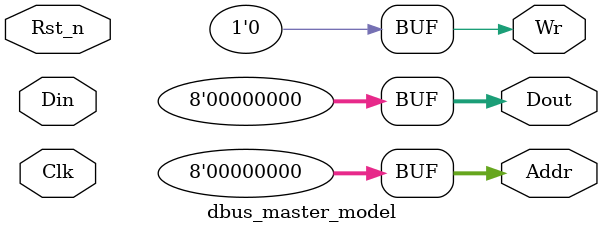
<source format=v>
/********1*********2*********3*********4*********5*********6*********7*********8
* File : dbus_master_model.v
*_______________________________________________________________________________
*
* Revision history
*
* Name          Date        Observations
* ------------------------------------------------------------------------------
* -            01/04/2023   First version.
* ------------------------------------------------------------------------------
*_______________________________________________________________________________
*
* Description
*  data bus master model. Performs write and read cicles to specific
*  registers
*_______________________________________________________________________________

* (c) Copyright Universitat de Barcelona, 2022
*
*********1*********2*********3*********4*********5*********6*********7*********/

`include "../misc/timescale.v"

module dbus_master_model #(
  parameter DATA_WIDTH = 8,             // bus data size
  parameter ADDR_WIDTH = 8              // bus addres size
)(
  input  wire                  Clk,     // system clock input
  input  wire                  Rst_n,   // system asynch reset. active low
  output reg  [ADDR_WIDTH-1:0] Addr,    // address bits
  output reg  [DATA_WIDTH-1:0] Dout,    // databus input
  input  wire [DATA_WIDTH-1:0] Din,     // databus output
  output reg                   Wr       // write enable input
);

  initial begin
    Addr = 1'b0;
    Dout = 1'b0;
    Wr = 1'b0;
  end

  task write(input [ADDR_WIDTH-1:0] WrAddr, input [DATA_WIDTH-1:0] WrData);
    begin
      Addr = WrAddr;
      Dout = WrData;
      wait_cycles(1);
      Wr = 1'b1;
      wait_cycles(1);
      Wr = 1'b0;
      Addr = 1'b0;
      Dout = 1'b0;
    end
  endtask

  task read(input [ADDR_WIDTH-1:0] RdAddr, output [DATA_WIDTH-1:0] RdData);
    begin
      Wr = 1'b0; // Optatiu
      Addr = RdAddr;
      wait_cycles(1);
      RdData = Din;
    end
  endtask

endmodule

</source>
